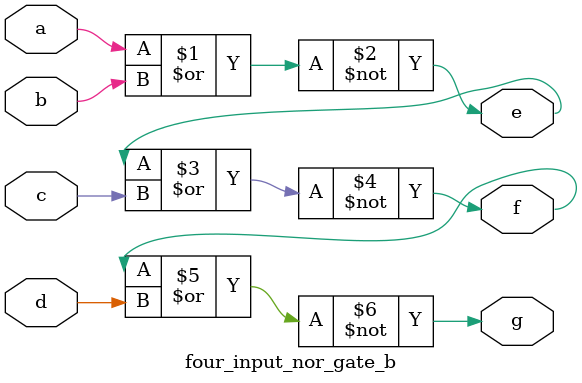
<source format=v>
`timescale 1ns / 1ps

module four_input_nor_gate_b(
    input a, b, c, d,
    output e, f, g
);
    
    assign e = ~(a | b);
    assign f = ~(e | c);
    assign g = ~(f | d);
endmodule
</source>
